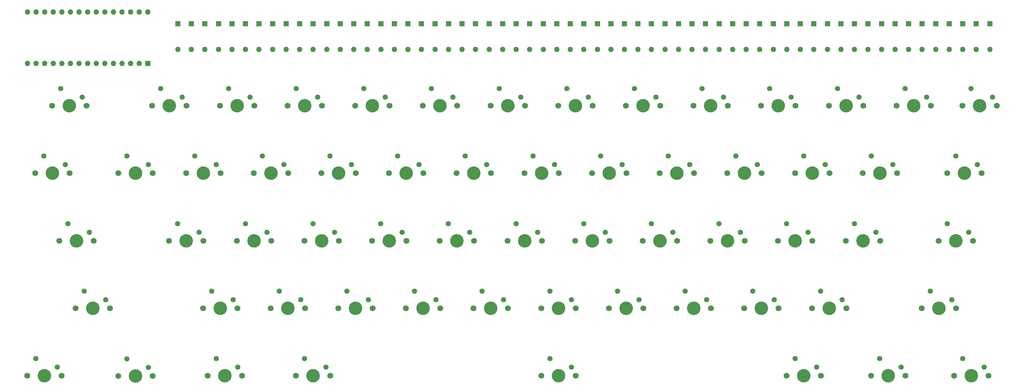
<source format=gbs>
G04 #@! TF.GenerationSoftware,KiCad,Pcbnew,(6.0.7)*
G04 #@! TF.CreationDate,2022-09-06T07:39:15-07:00*
G04 #@! TF.ProjectId,60 Percent Keyboard Ardiuno Micro,36302050-6572-4636-956e-74204b657962,rev?*
G04 #@! TF.SameCoordinates,Original*
G04 #@! TF.FileFunction,Soldermask,Bot*
G04 #@! TF.FilePolarity,Negative*
%FSLAX46Y46*%
G04 Gerber Fmt 4.6, Leading zero omitted, Abs format (unit mm)*
G04 Created by KiCad (PCBNEW (6.0.7)) date 2022-09-06 07:39:15*
%MOMM*%
%LPD*%
G01*
G04 APERTURE LIST*
%ADD10C,1.550000*%
%ADD11C,1.750000*%
%ADD12C,4.000000*%
%ADD13R,1.600000X1.600000*%
%ADD14O,1.600000X1.600000*%
G04 APERTURE END LIST*
D10*
X23200000Y-302630000D03*
D11*
X20660000Y-307710000D03*
D10*
X29550000Y-305170000D03*
D12*
X25740000Y-307710000D03*
D11*
X30820000Y-307710000D03*
X103480000Y-267730000D03*
D10*
X102210000Y-265190000D03*
D12*
X98400000Y-267730000D03*
D10*
X95860000Y-262650000D03*
D11*
X93320000Y-267730000D03*
D13*
X118900000Y-223420000D03*
D14*
X118900000Y-231040000D03*
D12*
X238400000Y-267730000D03*
D10*
X242210000Y-265190000D03*
D11*
X233320000Y-267730000D03*
D10*
X235860000Y-262650000D03*
D11*
X243480000Y-267730000D03*
D10*
X82210000Y-265190000D03*
D11*
X83480000Y-267730000D03*
X73320000Y-267730000D03*
D12*
X78400000Y-267730000D03*
D10*
X75860000Y-262650000D03*
D13*
X114900000Y-223420000D03*
D14*
X114900000Y-231040000D03*
D13*
X50900000Y-223420000D03*
D14*
X50900000Y-231040000D03*
D13*
X146900000Y-223420000D03*
D14*
X146900000Y-231040000D03*
D13*
X178900000Y-223420000D03*
D14*
X178900000Y-231040000D03*
D10*
X240860000Y-302650000D03*
D12*
X243400000Y-307730000D03*
D11*
X248480000Y-307730000D03*
X238320000Y-307730000D03*
D10*
X247210000Y-305190000D03*
D13*
X130900000Y-223420000D03*
D14*
X130900000Y-231040000D03*
D12*
X118400000Y-267730000D03*
D10*
X122210000Y-265190000D03*
D11*
X123480000Y-267730000D03*
D10*
X115860000Y-262650000D03*
D11*
X113320000Y-267730000D03*
D10*
X185860000Y-242650000D03*
D11*
X193480000Y-247730000D03*
D12*
X188400000Y-247730000D03*
D11*
X183320000Y-247730000D03*
D10*
X192210000Y-245190000D03*
X15300000Y-325160000D03*
D12*
X11490000Y-327700000D03*
D11*
X16570000Y-327700000D03*
D10*
X8950000Y-322620000D03*
D11*
X6410000Y-327700000D03*
D10*
X35860000Y-262650000D03*
D12*
X38400000Y-267730000D03*
D11*
X33320000Y-267730000D03*
X43480000Y-267730000D03*
D10*
X42210000Y-265190000D03*
X67210000Y-305190000D03*
D12*
X63400000Y-307730000D03*
D11*
X58320000Y-307730000D03*
D10*
X60860000Y-302650000D03*
D11*
X68480000Y-307730000D03*
D12*
X83400000Y-307730000D03*
D10*
X80860000Y-302650000D03*
D11*
X88480000Y-307730000D03*
X78320000Y-307730000D03*
D10*
X87210000Y-305190000D03*
D13*
X206900000Y-223420000D03*
D14*
X206900000Y-231040000D03*
D10*
X120860000Y-302650000D03*
X127210000Y-305190000D03*
D12*
X123400000Y-307730000D03*
D11*
X118320000Y-307730000D03*
X128480000Y-307730000D03*
D10*
X262210000Y-265190000D03*
D11*
X263480000Y-267730000D03*
X253320000Y-267730000D03*
D10*
X255860000Y-262650000D03*
D12*
X258400000Y-267730000D03*
D13*
X66900000Y-223420000D03*
D14*
X66900000Y-231040000D03*
D11*
X280980000Y-307730000D03*
D10*
X273360000Y-302650000D03*
X279710000Y-305190000D03*
D11*
X270820000Y-307730000D03*
D12*
X275900000Y-307730000D03*
D13*
X254900000Y-223420000D03*
D14*
X254900000Y-231040000D03*
D11*
X23880000Y-247710000D03*
D10*
X22610000Y-245170000D03*
X16260000Y-242630000D03*
D11*
X13720000Y-247710000D03*
D12*
X18800000Y-247710000D03*
D13*
X234900000Y-223420000D03*
D14*
X234900000Y-231040000D03*
D13*
X170900000Y-223420000D03*
D14*
X170900000Y-231040000D03*
D11*
X113480000Y-247730000D03*
D10*
X112210000Y-245190000D03*
D11*
X103320000Y-247730000D03*
D12*
X108400000Y-247730000D03*
D10*
X105860000Y-242650000D03*
D13*
X150900000Y-223420000D03*
D14*
X150900000Y-231040000D03*
D11*
X83320000Y-247730000D03*
D12*
X88400000Y-247730000D03*
D10*
X85860000Y-242650000D03*
X92210000Y-245190000D03*
D11*
X93480000Y-247730000D03*
D13*
X166900000Y-223420000D03*
D14*
X166900000Y-231040000D03*
D11*
X282820000Y-247730000D03*
D10*
X291710000Y-245190000D03*
X285360000Y-242650000D03*
D12*
X287900000Y-247730000D03*
D11*
X292980000Y-247730000D03*
X228320000Y-287730000D03*
D12*
X233400000Y-287730000D03*
D10*
X237210000Y-285190000D03*
D11*
X238480000Y-287730000D03*
D10*
X230860000Y-282650000D03*
D13*
X86900000Y-223420000D03*
D14*
X86900000Y-231040000D03*
D10*
X42160000Y-325250000D03*
D12*
X38350000Y-327790000D03*
D11*
X33270000Y-327790000D03*
D10*
X35810000Y-322710000D03*
D11*
X43430000Y-327790000D03*
D13*
X90900000Y-223420000D03*
D14*
X90900000Y-231040000D03*
D13*
X154900000Y-223420000D03*
D14*
X154900000Y-231040000D03*
D13*
X282900000Y-223420000D03*
D14*
X282900000Y-231040000D03*
D10*
X287210000Y-265190000D03*
D11*
X278320000Y-267730000D03*
D10*
X280860000Y-262650000D03*
D12*
X283400000Y-267730000D03*
D11*
X288480000Y-267730000D03*
D13*
X222900000Y-223420000D03*
D14*
X222900000Y-231040000D03*
D13*
X158900000Y-223420000D03*
D14*
X158900000Y-231040000D03*
D10*
X217210000Y-285190000D03*
X210860000Y-282650000D03*
D12*
X213400000Y-287730000D03*
D11*
X208320000Y-287730000D03*
X218480000Y-287730000D03*
D13*
X290900000Y-223420000D03*
D14*
X290900000Y-231040000D03*
D10*
X222210000Y-265190000D03*
D11*
X223480000Y-267730000D03*
D12*
X218400000Y-267730000D03*
D10*
X215860000Y-262650000D03*
D11*
X213320000Y-267730000D03*
D13*
X214900000Y-223420000D03*
D14*
X214900000Y-231040000D03*
D13*
X190900000Y-223420000D03*
D14*
X190900000Y-231040000D03*
D13*
X258900000Y-223420000D03*
D14*
X258900000Y-231040000D03*
D10*
X190860000Y-282650000D03*
D11*
X198480000Y-287730000D03*
X188320000Y-287730000D03*
D12*
X193400000Y-287730000D03*
D10*
X197210000Y-285190000D03*
D12*
X253400000Y-287730000D03*
D10*
X257210000Y-285190000D03*
X250860000Y-282650000D03*
D11*
X258480000Y-287730000D03*
X248320000Y-287730000D03*
D13*
X270900000Y-223420000D03*
D14*
X270900000Y-231040000D03*
D11*
X188480000Y-307730000D03*
D10*
X187210000Y-305190000D03*
X180860000Y-302650000D03*
D11*
X178320000Y-307730000D03*
D12*
X183400000Y-307730000D03*
D10*
X11250000Y-262630000D03*
D11*
X8710000Y-267710000D03*
D10*
X17600000Y-265170000D03*
D12*
X13790000Y-267710000D03*
D11*
X18870000Y-267710000D03*
D12*
X20900000Y-287730000D03*
D11*
X25980000Y-287730000D03*
D10*
X18360000Y-282650000D03*
X24710000Y-285190000D03*
D11*
X15820000Y-287730000D03*
D13*
X102900000Y-223420000D03*
D14*
X102900000Y-231040000D03*
D13*
X62900000Y-223420000D03*
D14*
X62900000Y-231040000D03*
D10*
X150860000Y-282650000D03*
D11*
X158480000Y-287730000D03*
D10*
X157210000Y-285190000D03*
D12*
X153400000Y-287730000D03*
D11*
X148320000Y-287730000D03*
D13*
X202900000Y-223420000D03*
D14*
X202900000Y-231040000D03*
D13*
X162900000Y-223420000D03*
D14*
X162900000Y-231040000D03*
D12*
X133400000Y-287730000D03*
D10*
X130860000Y-282650000D03*
D11*
X128320000Y-287730000D03*
X138480000Y-287730000D03*
D10*
X137210000Y-285190000D03*
D12*
X198400000Y-267730000D03*
D10*
X202210000Y-265190000D03*
D11*
X193320000Y-267730000D03*
D10*
X195860000Y-262650000D03*
D11*
X203480000Y-267730000D03*
D10*
X258360000Y-322650000D03*
D11*
X265980000Y-327730000D03*
X255820000Y-327730000D03*
D12*
X260900000Y-327730000D03*
D10*
X264710000Y-325190000D03*
X160860000Y-302650000D03*
D12*
X163400000Y-307730000D03*
D11*
X158320000Y-307730000D03*
X168480000Y-307730000D03*
D10*
X167210000Y-305190000D03*
D13*
X110900000Y-223420000D03*
D14*
X110900000Y-231040000D03*
D12*
X223400000Y-307730000D03*
D11*
X228480000Y-307730000D03*
X218320000Y-307730000D03*
D10*
X227210000Y-305190000D03*
X220860000Y-302650000D03*
D11*
X290480000Y-327730000D03*
D10*
X289210000Y-325190000D03*
D11*
X280320000Y-327730000D03*
D10*
X282860000Y-322650000D03*
D12*
X285400000Y-327730000D03*
D13*
X42050000Y-235210000D03*
D14*
X39510000Y-235210000D03*
X36970000Y-235210000D03*
X34430000Y-235210000D03*
X31890000Y-235210000D03*
X29350000Y-235210000D03*
X26810000Y-235210000D03*
X24270000Y-235210000D03*
X21730000Y-235210000D03*
X19190000Y-235210000D03*
X16650000Y-235210000D03*
X14110000Y-235210000D03*
X11570000Y-235210000D03*
X9030000Y-235210000D03*
X6490000Y-235210000D03*
X6490000Y-219970000D03*
X9030000Y-219970000D03*
X11570000Y-219970000D03*
X14110000Y-219970000D03*
X16650000Y-219970000D03*
X19190000Y-219970000D03*
X21730000Y-219970000D03*
X24270000Y-219970000D03*
X26810000Y-219970000D03*
X29350000Y-219970000D03*
X31890000Y-219970000D03*
X34430000Y-219970000D03*
X36970000Y-219970000D03*
X39510000Y-219970000D03*
X42050000Y-219970000D03*
D13*
X82900000Y-223420000D03*
D14*
X82900000Y-231040000D03*
D13*
X182900000Y-223420000D03*
D14*
X182900000Y-231040000D03*
D13*
X126900000Y-223420000D03*
D14*
X126900000Y-231040000D03*
D11*
X148480000Y-307730000D03*
D12*
X143400000Y-307730000D03*
D11*
X138320000Y-307730000D03*
D10*
X140860000Y-302650000D03*
X147210000Y-305190000D03*
D13*
X246900000Y-223420000D03*
D14*
X246900000Y-231040000D03*
D10*
X200860000Y-302650000D03*
D12*
X203400000Y-307730000D03*
D11*
X198320000Y-307730000D03*
D10*
X207210000Y-305190000D03*
D11*
X208480000Y-307730000D03*
X203320000Y-247730000D03*
D12*
X208400000Y-247730000D03*
D10*
X205860000Y-242650000D03*
X212210000Y-245190000D03*
D11*
X213480000Y-247730000D03*
D13*
X242900000Y-223420000D03*
D14*
X242900000Y-231040000D03*
D13*
X262900000Y-223420000D03*
D14*
X262900000Y-231040000D03*
D12*
X73400000Y-287730000D03*
D10*
X77210000Y-285190000D03*
X70860000Y-282650000D03*
D11*
X78480000Y-287730000D03*
X68320000Y-287730000D03*
D13*
X122900000Y-223420000D03*
D14*
X122900000Y-231040000D03*
D11*
X98320000Y-307730000D03*
X108480000Y-307730000D03*
D10*
X100860000Y-302650000D03*
D12*
X103400000Y-307730000D03*
D10*
X107210000Y-305190000D03*
D11*
X173320000Y-267730000D03*
X183480000Y-267730000D03*
D10*
X182210000Y-265190000D03*
X175860000Y-262650000D03*
D12*
X178400000Y-267730000D03*
D13*
X134900000Y-223420000D03*
D14*
X134900000Y-231040000D03*
D11*
X230820000Y-327730000D03*
D10*
X233360000Y-322650000D03*
D12*
X235900000Y-327730000D03*
D10*
X239710000Y-325190000D03*
D11*
X240980000Y-327730000D03*
D12*
X173400000Y-287730000D03*
D10*
X170860000Y-282650000D03*
D11*
X168320000Y-287730000D03*
D10*
X177210000Y-285190000D03*
D11*
X178480000Y-287730000D03*
D13*
X186900000Y-223420000D03*
D14*
X186900000Y-231040000D03*
D13*
X250900000Y-223420000D03*
D14*
X250900000Y-231040000D03*
D13*
X70900000Y-223420000D03*
D14*
X70900000Y-231040000D03*
D11*
X98480000Y-287730000D03*
D10*
X90860000Y-282650000D03*
D11*
X88320000Y-287730000D03*
D10*
X97210000Y-285190000D03*
D12*
X93400000Y-287730000D03*
D11*
X275820000Y-287730000D03*
X285980000Y-287730000D03*
D10*
X278360000Y-282650000D03*
D12*
X280900000Y-287730000D03*
D10*
X284710000Y-285190000D03*
X57210000Y-285190000D03*
X50860000Y-282650000D03*
D11*
X58480000Y-287730000D03*
X48320000Y-287730000D03*
D12*
X53400000Y-287730000D03*
D11*
X143320000Y-247730000D03*
D10*
X152210000Y-245190000D03*
X145860000Y-242650000D03*
D12*
X148400000Y-247730000D03*
D11*
X153480000Y-247730000D03*
D13*
X78900000Y-223420000D03*
D14*
X78900000Y-231040000D03*
D13*
X142900000Y-223420000D03*
D14*
X142900000Y-231040000D03*
D10*
X167210000Y-325190000D03*
D11*
X158320000Y-327730000D03*
D10*
X160860000Y-322650000D03*
D11*
X168480000Y-327730000D03*
D12*
X163400000Y-327730000D03*
D11*
X163320000Y-247730000D03*
D10*
X165860000Y-242650000D03*
X172210000Y-245190000D03*
D12*
X168400000Y-247730000D03*
D11*
X173480000Y-247730000D03*
X73480000Y-247730000D03*
X63320000Y-247730000D03*
D12*
X68400000Y-247730000D03*
D10*
X72210000Y-245190000D03*
X65860000Y-242650000D03*
D13*
X94900000Y-223420000D03*
D14*
X94900000Y-231040000D03*
D13*
X230900000Y-223420000D03*
D14*
X230900000Y-231040000D03*
D11*
X263320000Y-247730000D03*
X273480000Y-247730000D03*
D10*
X265860000Y-242650000D03*
X272210000Y-245190000D03*
D12*
X268400000Y-247730000D03*
D13*
X226900000Y-223420000D03*
D14*
X226900000Y-231040000D03*
D13*
X218900000Y-223420000D03*
D14*
X218900000Y-231040000D03*
D13*
X106900000Y-223420000D03*
D14*
X106900000Y-231040000D03*
D13*
X138900000Y-223420000D03*
D14*
X138900000Y-231040000D03*
D10*
X55860000Y-262650000D03*
X62210000Y-265190000D03*
D11*
X63480000Y-267730000D03*
D12*
X58400000Y-267730000D03*
D11*
X53320000Y-267730000D03*
D10*
X125860000Y-242650000D03*
D12*
X128400000Y-247730000D03*
D11*
X133480000Y-247730000D03*
X123320000Y-247730000D03*
D10*
X132210000Y-245190000D03*
D11*
X85820000Y-327730000D03*
D10*
X94710000Y-325190000D03*
X88360000Y-322650000D03*
D12*
X90900000Y-327730000D03*
D11*
X95980000Y-327730000D03*
D13*
X54900000Y-223420000D03*
D14*
X54900000Y-231040000D03*
D13*
X174900000Y-223420000D03*
D14*
X174900000Y-231040000D03*
D13*
X278900000Y-223420000D03*
D14*
X278900000Y-231040000D03*
D10*
X62250000Y-322670000D03*
X68600000Y-325210000D03*
D12*
X64790000Y-327750000D03*
D11*
X69870000Y-327750000D03*
X59710000Y-327750000D03*
D12*
X158400000Y-267730000D03*
D10*
X162210000Y-265190000D03*
D11*
X153320000Y-267730000D03*
X163480000Y-267730000D03*
D10*
X155860000Y-262650000D03*
D12*
X138400000Y-267730000D03*
D11*
X133320000Y-267730000D03*
X143480000Y-267730000D03*
D10*
X135860000Y-262650000D03*
X142210000Y-265190000D03*
D13*
X194900000Y-223420000D03*
D14*
X194900000Y-231040000D03*
D13*
X210900000Y-223420000D03*
D14*
X210900000Y-231040000D03*
D11*
X233480000Y-247730000D03*
D10*
X225860000Y-242650000D03*
D12*
X228400000Y-247730000D03*
D11*
X223320000Y-247730000D03*
D10*
X232210000Y-245190000D03*
D11*
X243320000Y-247730000D03*
D10*
X245860000Y-242650000D03*
D11*
X253480000Y-247730000D03*
D12*
X248400000Y-247730000D03*
D10*
X252210000Y-245190000D03*
D13*
X198900000Y-223420000D03*
D14*
X198900000Y-231040000D03*
D11*
X43320000Y-247730000D03*
D10*
X45860000Y-242650000D03*
D11*
X53480000Y-247730000D03*
D12*
X48400000Y-247730000D03*
D10*
X52210000Y-245190000D03*
D13*
X266900000Y-223420000D03*
D14*
X266900000Y-231040000D03*
D13*
X238900000Y-223420000D03*
D14*
X238900000Y-231040000D03*
D13*
X74900000Y-223420000D03*
D14*
X74900000Y-231040000D03*
D11*
X118480000Y-287730000D03*
D12*
X113400000Y-287730000D03*
D10*
X110860000Y-282650000D03*
D11*
X108320000Y-287730000D03*
D10*
X117210000Y-285190000D03*
D13*
X274900000Y-223420000D03*
D14*
X274900000Y-231040000D03*
D13*
X98900000Y-223420000D03*
D14*
X98900000Y-231040000D03*
D13*
X58900000Y-223420000D03*
D14*
X58900000Y-231040000D03*
D13*
X286900000Y-223420000D03*
D14*
X286900000Y-231040000D03*
M02*

</source>
